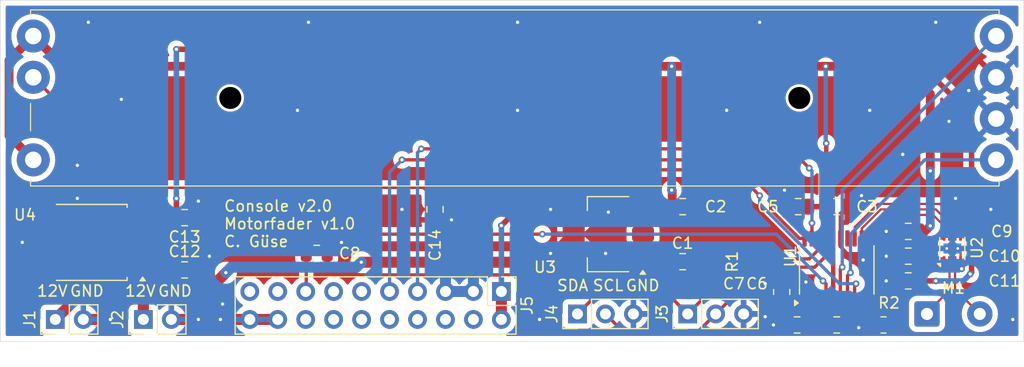
<source format=kicad_pcb>
(kicad_pcb (version 20240108) (generator "pcbnew") (generator_version "8.0")
  (layers (0 "F.Cu" signal) (31 "B.Cu" signal) (34 "B.Paste" user) (35 "F.Paste" user) (36 "B.SilkS" user "B.Silkscreen") (37 "F.SilkS" user "F.Silkscreen") (38 "B.Mask" user) (39 "F.Mask" user) (44 "Edge.Cuts" user))
  (net 0 "")
  (net 1 "Net-(M1--)")
  (net 2 "Net-(M1-+)")
  (net 3 "GND")
  (net 4 "+3.3V")
  (net 5 "Net-(U1-PA1)")
  (net 6 "/T1")
  (net 7 "Net-(U1-PA0)")
  (net 9 "Net-(U1-PA5)")
  (net 10 "Net-(U1-BOOT0)")
  (net 11 "/SWDIO")
  (net 12 "Net-(U1-PA7)")
  (net 13 "/SWCLK")
  (net 14 "Net-(J5-Pin_15)")
  (net 18 "/I2C_SCL")
  (net 19 "/T2")
  (net 20 "/I2C_SDA")
  (net 21 "Net-(U1-PA6)")
  (net 22 "+9V")
  (net 23 "+12V")
  (footprint "Capacitor_SMD:C_0805_2012Metric" (layer "F.Cu") (at 180 96.75)
    (property "Reference" "C3" (at 2.75 0 0) (layer "F.SilkS"))
    (property "Value" "100n")
    (fp_line (start -0.261252 -0.735) (end 0.261252 -0.735) (stroke (width 0.12)) (layer "F.SilkS"))
    (fp_line (start -0.261252 0.735) (end 0.261252 0.735) (stroke (width 0.12)) (layer "F.SilkS"))
    (pad "1" smd roundrect (at -0.95 0) (size 1 1.45) (layers "F.Cu" "F.Paste" "F.Mask") (net 4 "+3.3V"))
    (pad "2" smd roundrect (at 0.95 0) (size 1 1.45) (layers "F.Cu" "F.Paste" "F.Mask") (net 3 "GND"))
  )
  (footprint "Package_SON:WSON-8-1EP_2x2mm_P0.5mm_EP0.9x1.6mm_ThermalVias" (layer "F.Cu") (at 190.5 100.55 90)
    (property "Reference" "U2" (at 0.05 2.25 90) (layer "F.SilkS"))
    (property "Value" "DRV8210PDSGR")
    (fp_line (start -1.01 -1.14) (end 0.99 -1.14) (stroke (width 0.12)) (layer "F.SilkS"))
    (fp_line (start -1 1.14) (end 1 1.14) (stroke (width 0.12)) (layer "F.SilkS"))
    (fp_poly (pts (xy -1.37 -1.07) (xy -1.65 -1.07) (xy -1.37 -1.35) (xy -1.37 -1.07)) (stroke (width 0.12)) (fill solid) (layer "F.SilkS"))
    (pad "1" smd roundrect (at -0.95 -0.75 90) (size 0.5 0.25) (layers "F.Cu" "F.Paste" "F.Mask") (net 22 "+9V"))
    (pad "2" smd roundrect (at -0.95 -0.25 90) (size 0.5 0.25) (layers "F.Cu" "F.Paste" "F.Mask") (net 2 "Net-(M1-+)"))
    (pad "3" smd roundrect (at -0.95 0.25 90) (size 0.5 0.25) (layers "F.Cu" "F.Paste" "F.Mask") (net 1 "Net-(M1--)"))
    (pad "4" smd roundrect (at -0.95 0.75 90) (size 0.5 0.25) (layers "F.Cu" "F.Paste" "F.Mask") (net 3 "GND"))
    (pad "5" smd roundrect (at 0.95 0.75 90) (size 0.5 0.25) (layers "F.Cu" "F.Paste" "F.Mask") (net 12 "Net-(U1-PA7)"))
    (pad "6" smd roundrect (at 0.95 0.25 90) (size 0.5 0.25) (layers "F.Cu" "F.Paste" "F.Mask") (net 21 "Net-(U1-PA6)"))
    (pad "7" smd roundrect (at 0.95 -0.25 90) (size 0.5 0.25) (layers "F.Cu" "F.Paste" "F.Mask") (net 9 "Net-(U1-PA5)"))
    (pad "8" smd roundrect (at 0.95 -0.75 90) (size 0.5 0.25) (layers "F.Cu" "F.Paste" "F.Mask") (net 4 "+3.3V"))
    (pad "9" thru_hole circle (at 0 -0.5 90) (size 0.6 0.6) (drill 0.25) (layers "*.Cu") (net 3 "GND"))
    (pad "9" smd rect (at 0 0 90) (size 0.9 1.6) (layers "F.Cu" "F.Mask") (net 3 "GND"))
    (pad "9" smd rect (at 0 0 90) (size 0.9 1.6) (layers "B.Cu") (net 3 "GND"))
    (pad "9" thru_hole circle (at 0 0.5 90) (size 0.6 0.6) (drill 0.25) (layers "*.Cu") (net 3 "GND"))
  )
  (footprint "Capacitor_SMD:C_0805_2012Metric" (layer "F.Cu") (at 180 107.5)
    (property "Reference" "C6" (at -7.25 -3.75 0) (layer "F.SilkS"))
    (property "Value" "10n")
    (fp_line (start -0.261252 -0.735) (end 0.261252 -0.735) (stroke (width 0.12)) (layer "F.SilkS"))
    (fp_line (start -0.261252 0.735) (end 0.261252 0.735) (stroke (width 0.12)) (layer "F.SilkS"))
    (pad "1" smd roundrect (at -0.95 0) (size 1 1.45) (layers "F.Cu" "F.Paste" "F.Mask") (net 4 "+3.3V"))
    (pad "2" smd roundrect (at 0.95 0) (size 1 1.45) (layers "F.Cu" "F.Paste" "F.Mask") (net 3 "GND"))
  )
  (footprint "Capacitor_SMD:C_0805_2012Metric" (layer "F.Cu") (at 186.5 99 180)
    (property "Reference" "C9" (at -8.5 0 0) (layer "F.SilkS"))
    (property "Value" "100n")
    (fp_line (start -0.261252 0.735) (end 0.261252 0.735) (stroke (width 0.12)) (layer "F.SilkS"))
    (fp_line (start -0.261252 -0.735) (end 0.261252 -0.735) (stroke (width 0.12)) (layer "F.SilkS"))
    (pad "1" smd roundrect (at -0.95 0 180) (size 1 1.45) (layers "F.Cu" "F.Paste" "F.Mask") (net 4 "+3.3V"))
    (pad "2" smd roundrect (at 0.95 0 180) (size 1 1.45) (layers "F.Cu" "F.Paste" "F.Mask") (net 3 "GND"))
  )
  (footprint "Capacitor_SMD:C_0805_2012Metric" (layer "F.Cu") (at 186.5 101.25 180)
    (property "Reference" "C10" (at -8.75 0 0) (layer "F.SilkS"))
    (property "Value" "100n")
    (fp_line (start -0.261252 0.735) (end 0.261252 0.735) (stroke (width 0.12)) (layer "F.SilkS"))
    (fp_line (start -0.261252 -0.735) (end 0.261252 -0.735) (stroke (width 0.12)) (layer "F.SilkS"))
    (pad "1" smd roundrect (at -0.95 0 180) (size 1 1.45) (layers "F.Cu" "F.Paste" "F.Mask") (net 22 "+9V"))
    (pad "2" smd roundrect (at 0.95 0 180) (size 1 1.45) (layers "F.Cu" "F.Paste" "F.Mask") (net 3 "GND"))
  )
  (footprint "Package_SO:TSSOP-20_4.4x6.5mm_P0.65mm" (layer "F.Cu") (at 180 102.5 90)
    (property "Reference" "U1" (at 1.25 -4.2 90) (layer "F.SilkS"))
    (property "Value" "STM32F030F4Px")
    (fp_line (start 0 -3.385) (end 2.2 -3.385) (stroke (width 0.12)) (layer "F.SilkS"))
    (fp_line (start 0 -3.385) (end -2.2 -3.385) (stroke (width 0.12)) (layer "F.SilkS"))
    (fp_line (start 0 3.385) (end 2.2 3.385) (stroke (width 0.12)) (layer "F.SilkS"))
    (fp_line (start 0 3.385) (end -2.2 3.385) (stroke (width 0.12)) (layer "F.SilkS"))
    (fp_poly (pts (xy -3 -3.5) (xy -2.76 -3.83) (xy -3.24 -3.83) (xy -3 -3.5)) (stroke (width 0.12)) (fill solid) (layer "F.SilkS"))
    (pad "1" smd roundrect (at -2.8625 -2.925 90) (size 1.475 0.4) (layers "F.Cu" "F.Paste" "F.Mask") (net 10 "Net-(U1-BOOT0)"))
    (pad "2" smd roundrect (at -2.8625 -2.275 90) (size 1.475 0.4) (layers "F.Cu" "F.Paste" "F.Mask"))
    (pad "3" smd roundrect (at -2.8625 -1.625 90) (size 1.475 0.4) (layers "F.Cu" "F.Paste" "F.Mask"))
    (pad "4" smd roundrect (at -2.8625 -0.975 90) (size 1.475 0.4) (layers "F.Cu" "F.Paste" "F.Mask") (net 14 "Net-(J5-Pin_15)"))
    (pad "5" smd roundrect (at -2.8625 -0.325 90) (size 1.475 0.4) (layers "F.Cu" "F.Paste" "F.Mask") (net 4 "+3.3V"))
    (pad "6" smd roundrect (at -2.8625 0.325 90) (size 1.475 0.4) (layers "F.Cu" "F.Paste" "F.Mask") (net 7 "Net-(U1-PA0)"))
    (pad "7" smd roundrect (at -2.8625 0.975 90) (size 1.475 0.4) (layers "F.Cu" "F.Paste" "F.Mask") (net 5 "Net-(U1-PA1)"))
    (pad "8" smd roundrect (at -2.8625 1.625 90) (size 1.475 0.4) (layers "F.Cu" "F.Paste" "F.Mask") (net 6 "/T1"))
    (pad "9" smd roundrect (at -2.8625 2.275 90) (size 1.475 0.4) (layers "F.Cu" "F.Paste" "F.Mask") (net 19 "/T2"))
    (pad "10" smd roundrect (at -2.8625 2.925 90) (size 1.475 0.4) (layers "F.Cu" "F.Paste" "F.Mask"))
    (pad "11" smd roundrect (at 2.8625 2.925 90) (size 1.475 0.4) (layers "F.Cu" "F.Paste" "F.Mask") (net 9 "Net-(U1-PA5)"))
    (pad "12" smd roundrect (at 2.8625 2.275 90) (size 1.475 0.4) (layers "F.Cu" "F.Paste" "F.Mask") (net 21 "Net-(U1-PA6)"))
    (pad "13" smd roundrect (at 2.8625 1.625 90) (size 1.475 0.4) (layers "F.Cu" "F.Paste" "F.Mask") (net 12 "Net-(U1-PA7)"))
    (pad "14" smd roundrect (at 2.8625 0.975 90) (size 1.475 0.4) (layers "F.Cu" "F.Paste" "F.Mask"))
    (pad "15" smd roundrect (at 2.8625 0.325 90) (size 1.475 0.4) (layers "F.Cu" "F.Paste" "F.Mask") (net 3 "GND"))
    (pad "16" smd roundrect (at 2.8625 -0.325 90) (size 1.475 0.4) (layers "F.Cu" "F.Paste" "F.Mask") (net 4 "+3.3V"))
    (pad "17" smd roundrect (at 2.8625 -0.975 90) (size 1.475 0.4) (layers "F.Cu" "F.Paste" "F.Mask") (net 18 "/I2C_SCL"))
    (pad "18" smd roundrect (at 2.8625 -1.625 90) (size 1.475 0.4) (layers "F.Cu" "F.Paste" "F.Mask") (net 20 "/I2C_SDA"))
    (pad "19" smd roundrect (at 2.8625 -2.275 90) (size 1.475 0.4) (layers "F.Cu" "F.Paste" "F.Mask") (net 11 "/SWDIO"))
    (pad "20" smd roundrect (at 2.8625 -2.925 90) (size 1.475 0.4) (layers "F.Cu" "F.Paste" "F.Mask") (net 13 "/SWCLK"))
  )
  (footprint "Resistor_SMD:R_0805_2012Metric" (layer "F.Cu") (at 175 104.5 -90)
    (property "Reference" "R1" (at -2.75 4.5 90) (layer "F.SilkS"))
    (property "Value" "10k")
    (fp_line (start -0.227064 0.735) (end 0.227064 0.735) (stroke (width 0.12)) (layer "F.SilkS"))
    (fp_line (start -0.227064 -0.735) (end 0.227064 -0.735) (stroke (width 0.12)) (layer "F.SilkS"))
    (pad "1" smd roundrect (at -0.9125 0 270) (size 1.025 1.4) (layers "F.Cu" "F.Paste" "F.Mask") (roundrect_rratio 0.243902) (net 3 "GND"))
    (pad "2" smd roundrect (at 0.9125 0 270) (size 1.025 1.4) (layers "F.Cu" "F.Paste" "F.Mask") (roundrect_rratio 0.243902) (net 10 "Net-(U1-BOOT0)"))
  )
  (footprint "Capacitor_SMD:C_0805_2012Metric" (layer "F.Cu") (at 166 96.75)
    (property "Reference" "C2" (at 3 0 0) (layer "F.SilkS"))
    (property "Value" "10u")
    (fp_line (start -0.261252 -0.735) (end 0.261252 -0.735) (stroke (width 0.12)) (layer "F.SilkS"))
    (fp_line (start -0.261252 0.735) (end 0.261252 0.735) (stroke (width 0.12)) (layer "F.SilkS"))
    (pad "1" smd roundrect (at -0.95 0) (size 1 1.45) (layers "F.Cu" "F.Paste" "F.Mask") (net 4 "+3.3V"))
    (pad "2" smd roundrect (at 0.95 0) (size 1 1.45) (layers "F.Cu" "F.Paste" "F.Mask") (net 3 "GND"))
  )
  (footprint "Package_TO_SOT_SMD:SOT-223" (layer "F.Cu") (at 159.25 99.25 180)
    (property "Reference" "U3" (at 5.75 -3 0) (layer "F.SilkS"))
    (property "Value" "TPS7B8433QDCYRQ1")
    (fp_line (start 1.91 3.41) (end 1.91 2.15) (stroke (width 0.12)) (layer "F.SilkS"))
    (fp_line (start 1.91 -3.41) (end 1.91 -2.15) (stroke (width 0.12)) (layer "F.SilkS"))
    (fp_line (start -1.85 3.41) (end 1.91 3.41) (stroke (width 0.12)) (layer "F.SilkS"))
    (fp_line (start -1.85 -3.41) (end 1.91 -3.41) (stroke (width 0.12)) (layer "F.SilkS"))
    (fp_poly (pts (xy -3.13 -3.31) (xy -3.37 -3.64) (xy -2.89 -3.64) (xy -3.13 -3.31)) (stroke (width 0.12)) (fill solid) (layer "F.SilkS"))
    (pad "1" smd roundrect (at -3.15 -2.3 180) (size 2 1.5) (layers "F.Cu" "F.Paste" "F.Mask") (net 23 "+12V"))
    (pad "2" smd roundrect (at -3.15 0 180) (size 2 1.5) (layers "F.Cu" "F.Paste" "F.Mask") (net 23 "+12V"))
    (pad "3" smd roundrect (at -3.15 2.3 180) (size 2 1.5) (layers "F.Cu" "F.Paste" "F.Mask") (net 4 "+3.3V"))
    (pad "4" smd roundrect (at 3.15 0 180) (size 2 3.8) (layers "F.Cu" "F.Paste" "F.Mask") (net 3 "GND"))
  )
  (footprint "Capacitor_SMD:C_0805_2012Metric" (layer "F.Cu") (at 120.75 102.5)
    (property "Reference" "C12" (at 0 -1.68 0) (layer "F.SilkS"))
    (property "Value" "1u")
    (fp_line (start -0.261252 -0.735) (end 0.261252 -0.735) (stroke (width 0.12)) (layer "F.SilkS"))
    (fp_line (start -0.261252 0.735) (end 0.261252 0.735) (stroke (width 0.12)) (layer "F.SilkS"))
    (pad "1" smd roundrect (at -0.95 0) (size 1 1.45) (layers "F.Cu" "F.Paste" "F.Mask") (net 23 "+12V"))
    (pad "2" smd roundrect (at 0.95 0) (size 1 1.45) (layers "F.Cu" "F.Paste" "F.Mask") (net 3 "GND"))
  )
  (footprint "Connector_PinHeader_2.54mm:PinHeader_1x03_P2.54mm_Vertical" (layer "F.Cu") (at 156.445 106.5 90)
    (property "Reference" "J4" (at 0 -2.33 90) (layer "F.SilkS"))
    (property "Value" "I2C_Thru")
    (fp_line (start -1.33 -1.33) (end 0 -1.33) (stroke (width 0.12)) (layer "F.SilkS"))
    (fp_line (start -1.33 0) (end -1.33 -1.33) (stroke (width 0.12)) (layer "F.SilkS"))
    (fp_line (start 1.33 1.27) (end 1.33 6.41) (stroke (width 0.12)) (layer "F.SilkS"))
    (fp_line (start -1.33 1.27) (end 1.33 1.27) (stroke (width 0.12)) (layer "F.SilkS"))
    (fp_line (start -1.33 1.27) (end -1.33 6.41) (stroke (width 0.12)) (layer "F.SilkS"))
    (fp_line (start -1.33 6.41) (end 1.33 6.41) (stroke (width 0.12)) (layer "F.SilkS"))
    (pad "1" thru_hole rect (at 0 0 90) (size 1.7 1.7) (drill 1) (layers "*.Cu" "*.Mask") (net 20 "/I2C_SDA"))
    (pad "2" thru_hole oval (at 0 2.54 90) (size 1.7 1.7) (drill 1) (layers "*.Cu" "*.Mask") (net 18 "/I2C_SCL"))
    (pad "3" thru_hole oval (at 0 5.08 90) (size 1.7 1.7) (drill 1) (layers "*.Cu" "*.Mask") (net 3 "GND"))
  )
  (footprint "Capacitor_SMD:C_0805_2012Metric" (layer "F.Cu") (at 166 101.75)
    (property "Reference" "C1" (at 0 -1.68 0) (layer "F.SilkS"))
    (property "Value" "1u")
    (fp_line (start -0.261252 -0.735) (end 0.261252 -0.735) (stroke (width 0.12)) (layer "F.SilkS"))
    (fp_line (start -0.261252 0.735) (end 0.261252 0.735) (stroke (width 0.12)) (layer "F.SilkS"))
    (pad "1" smd roundrect (at -0.95 0) (size 1 1.45) (layers "F.Cu" "F.Paste" "F.Mask") (net 23 "+12V"))
    (pad "2" smd roundrect (at 0.95 0) (size 1 1.45) (layers "F.Cu" "F.Paste" "F.Mask") (net 3 "GND"))
  )
  (footprint "Capacitor_SMD:C_0805_2012Metric" (layer "F.Cu") (at 120.75 97.75)
    (property "Reference" "C13" (at 0 1.75 0) (layer "F.SilkS"))
    (property "Value" "1u")
    (fp_line (start -0.261252 -0.735) (end 0.261252 -0.735) (stroke (width 0.12)) (layer "F.SilkS"))
    (fp_line (start -0.261252 0.735) (end 0.261252 0.735) (stroke (width 0.12)) (layer "F.SilkS"))
    (pad "1" smd roundrect (at -0.95 0) (size 1 1.45) (layers "F.Cu" "F.Paste" "F.Mask") (net 22 "+9V"))
    (pad "2" smd roundrect (at 0.95 0) (size 1 1.45) (layers "F.Cu" "F.Paste" "F.Mask") (net 3 "GND"))
  )
  (footprint "Connector_PinHeader_2.54mm:PinHeader_1x02_P2.54mm_Vertical" (layer "F.Cu") (at 109 107 90)
    (property "Reference" "J1" (at 0 -2.33 90) (layer "F.SilkS"))
    (property "Value" "Power_In")
    (fp_line (start -1.33 -1.33) (end 0 -1.33) (stroke (width 0.12)) (layer "F.SilkS"))
    (fp_line (start -1.33 0) (end -1.33 -1.33) (stroke (width 0.12)) (layer "F.SilkS"))
    (fp_line (start 1.33 1.27) (end 1.33 3.87) (stroke (width 0.12)) (layer "F.SilkS"))
    (fp_line (start -1.33 1.27) (end 1.33 1.27) (stroke (width 0.12)) (layer "F.SilkS"))
    (fp_line (start -1.33 1.27) (end -1.33 3.87) (stroke (width 0.12)) (layer "F.SilkS"))
    (fp_line (start -1.33 3.87) (end 1.33 3.87) (stroke (width 0.12)) (layer "F.SilkS"))
    (pad "1" thru_hole rect (at 0 0 90) (size 1.7 1.7) (drill 1) (layers "*.Cu" "*.Mask") (net 23 "+12V"))
    (pad "2" thru_hole oval (at 0 2.54 90) (size 1.7 1.7) (drill 1) (layers "*.Cu" "*.Mask") (net 3 "GND"))
  )
  (footprint "Console:Motorfader" (layer "F.Cu") (at 150.75 86.875)
    (property "Reference" "RV1" (hide yes))
    (property "Value" "~")
    (fp_line (start -44 -8) (end -44 -7.5) (stroke (width 0.1)) (layer "F.SilkS"))
    (fp_line (start -44 -8) (end 44 -8) (stroke (width 0.1)) (layer "F.SilkS"))
    (fp_line (start -44 3) (end -44 0.5) (stroke (width 0.1)) (layer "F.SilkS"))
    (fp_line (start -44 7.5) (end -44 8) (stroke (width 0.1)) (layer "F.SilkS"))
    (fp_line (start 44 -8) (end 44 -7.5) (stroke (width 0.1)) (layer "F.SilkS"))
    (fp_line (start 44 7.5) (end 44 8) (stroke (width 0.1)) (layer "F.SilkS"))
    (fp_line (start 44 8) (end -44 8) (stroke (width 0.1)) (layer "F.SilkS"))
    (pad "" np_thru_hole circle (at -25.85 0) (size 2 2) (drill 2) (layers "*.Mask"))
    (pad "" np_thru_hole circle (at 25.85 0) (size 2 2) (drill 2) (layers "*.Mask"))
    (pad "1" thru_hole circle (at 43.75 -1.875) (size 3 3) (drill 1.5) (layers "*.Cu" "*.Mask") (net 3 "GND"))
    (pad "1'" thru_hole circle (at 43.75 1.875) (size 3 3) (drill 1.5) (layers "*.Cu" "*.Mask") (net 3 "GND"))
    (pad "2" thru_hole circle (at 43.75 -5.625) (size 3 3) (drill 1.5) (layers "*.Cu" "*.Mask") (net 7 "Net-(U1-PA0)"))
    (pad "2'" thru_hole circle (at 43.75 5.625) (size 3 3) (drill 1.5) (layers "*.Cu" "*.Mask") (net 5 "Net-(U1-PA1)"))
    (pad "3" thru_hole circle (at -43.75 -5.625) (size 3 3) (drill 1.5) (layers "*.Cu" "*.Mask") (net 4 "+3.3V"))
    (pad "3'" thru_hole circle (at -43.75 5.625) (size 3 3) (drill 1.5) (layers "*.Cu" "*.Mask") (net 4 "+3.3V"))
    (pad "T" thru_hole circle (at -43.75 -1.875) (size 3 3) (drill 1.5) (layers "*.Cu" "*.Mask") (net 6 "/T1"))
  )
  (footprint "Resistor_SMD:R_0805_2012Metric" (layer "F.Cu") (at 184.25 107.5 180)
    (property "Reference" "R2" (at -0.5 2 0) (layer "F.SilkS"))
    (property "Value" "1M")
    (fp_line (start -0.227064 0.735) (end 0.227064 0.735) (stroke (width 0.12)) (layer "F.SilkS"))
    (fp_line (start -0.227064 -0.735) (end 0.227064 -0.735) (stroke (width 0.12)) (layer "F.SilkS"))
    (pad "1" smd roundrect (at -0.9125 0 180) (size 1.025 1.4) (layers "F.Cu" "F.Paste" "F.Mask") (roundrect_rratio 0.243902) (net 19 "/T2"))
    (pad "2" smd roundrect (at 0.9125 0 180) (size 1.025 1.4) (layers "F.Cu" "F.Paste" "F.Mask") (roundrect_rratio 0.243902) (net 6 "/T1"))
  )
  (footprint "Connector_PinHeader_2.54mm:PinHeader_2x10_P2.54mm_Vertical" (layer "F.Cu") (at 149.53 104.46 -90)
    (property "Reference" "J5" (at 1.27 -2.33 90) (layer "F.SilkS"))
    (property "Value" "ST-Link")
    (fp_line (start -1.33 24.19) (end 3.87 24.19) (stroke (width 0.12)) (layer "F.SilkS"))
    (fp_line (start -1.33 1.27) (end -1.33 24.19) (stroke (width 0.12)) (layer "F.SilkS"))
    (fp_line (start -1.33 1.27) (end 1.27 1.27) (stroke (width 0.12)) (layer "F.SilkS"))
    (fp_line (start 1.27 1.27) (end 1.27 -1.33) (stroke (width 0.12)) (layer "F.SilkS"))
    (fp_line (start -1.33 0) (end -1.33 -1.33) (stroke (width 0.12)) (layer "F.SilkS"))
    (fp_line (start -1.33 -1.33) (end 0 -1.33) (stroke (width 0.12)) (layer "F.SilkS"))
    (fp_line (start 1.27 -1.33) (end 3.87 -1.33) (stroke (width 0.12)) (layer "F.SilkS"))
    (fp_line (start 3.87 -1.33) (end 3.87 24.19) (stroke (width 0.12)) (layer "F.SilkS"))
    (pad "1" thru_hole rect (at 0 0 270) (size 1.7 1.7) (drill 1) (layers "*.Cu" "*.Mask") (net 4 "+3.3V"))
    (pad "2" thru_hole oval (at 2.54 0 270) (size 1.7 1.7) (drill 1) (layers "*.Cu" "*.Mask") (net 4 "+3.3V"))
    (pad "3" thru_hole oval (at 0 2.54 270) (size 1.7 1.7) (drill 1) (layers "*.Cu" "*.Mask") (net 3 "GND"))
    (pad "4" thru_hole oval (at 2.54 2.54 270) (size 1.7 1.7) (drill 1) (layers "*.Cu" "*.Mask"))
    (pad "5" thru_hole oval (at 0 5.08 270) (size 1.7 1.7) (drill 1) (layers "*.Cu" "*.Mask") (net 3 "GND"))
    (pad "6" thru_hole oval (at 2.54 5.08 270) (size 1.7 1.7) (drill 1) (layers "*.Cu" "*.Mask"))
    (pad "7" thru_hole oval (at 0 7.62 270) (size 1.7 1.7) (drill 1) (layers "*.Cu" "*.Mask") (net 11 "/SWDIO"))
    (pad "8" thru_hole oval (at 2.54 7.62 270) (size 1.7 1.7) (drill 1) (layers "*.Cu" "*.Mask"))
    (pad "9" thru_hole oval (at 0 10.16 270) (size 1.7 1.7) (drill 1) (layers "*.Cu" "*.Mask") (net 13 "/SWCLK"))
    (pad "10" thru_hole oval (at 2.54 10.16 270) (size 1.7 1.7) (drill 1) (layers "*.Cu" "*.Mask"))
    (pad "11" thru_hole oval (at 0 12.7 270) (size 1.7 1.7) (drill 1) (layers "*.Cu" "*.Mask"))
    (pad "12" thru_hole oval (at 2.54 12.7 270) (size 1.7 1.7) (drill 1) (layers "*.Cu" "*.Mask"))
    (pad "13" thru_hole oval (at 0 15.24 270) (size 1.7 1.7) (drill 1) (layers "*.Cu" "*.Mask"))
    (pad "14" thru_hole oval (at 2.54 15.24 270) (size 1.7 1.7) (drill 1) (layers "*.Cu" "*.Mask"))
    (pad "15" thru_hole oval (at 0 17.78 270) (size 1.7 1.7) (drill 1) (layers "*.Cu" "*.Mask") (net 14 "Net-(J5-Pin_15)"))
    (pad "16" thru_hole oval (at 2.54 17.78 270) (size 1.7 1.7) (drill 1) (layers "*.Cu" "*.Mask"))
    (pad "17" thru_hole oval (at 0 20.32 270) (size 1.7 1.7) (drill 1) (layers "*.Cu" "*.Mask"))
    (pad "18" thru_hole oval (at 2.54 20.32 270) (size 1.7 1.7) (drill 1) (layers "*.Cu" "*.Mask") (net 3 "GND"))
    (pad "19" thru_hole oval (at 0 22.86 270) (size 1.7 1.7) (drill 1) (layers "*.Cu" "*.Mask"))
    (pad "20" thru_hole oval (at 2.54 22.86 270) (size 1.7 1.7) (drill 1) (layers "*.Cu" "*.Mask") (net 3 "GND"))
  )
  (footprint "Connector_Wire:SolderWire-0.5sqmm_1x02_P4.8mm_D0.9mm_OD2.3mm" (layer "F.Cu") (at 188.2 106.5)
    (property "Reference" "M1" (at 2.4 -2.35 0) (layer "F.SilkS"))
    (property "Value" "Motor_DC")
    (pad "1" thru_hole roundrect (at 0 0) (size 2.3 2.3) (drill 1.1) (layers "*.Cu" "*.Mask") (roundrect_rratio 0.108696) (net 2 "Net-(M1-+)"))
    (pad "2" thru_hole circle (at 4.8 0) (size 2.3 2.3) (drill 1.1) (layers "*.Cu" "*.Mask") (net 1 "Net-(M1--)"))
  )
  (footprint "Connector_PinHeader_2.54mm:PinHeader_1x02_P2.54mm_Vertical" (layer "F.Cu") (at 117 107 90)
    (property "Reference" "J2" (at 0 -2.33 90) (layer "F.SilkS"))
    (property "Value" "Power_Thru")
    (fp_line (start -1.33 -1.33) (end 0 -1.33) (stroke (width 0.12)) (layer "F.SilkS"))
    (fp_line (start -1.33 0) (end -1.33 -1.33) (stroke (width 0.12)) (layer "F.SilkS"))
    (fp_line (start 1.33 1.27) (end 1.33 3.87) (stroke (width 0.12)) (layer "F.SilkS"))
    (fp_line (start -1.33 1.27) (end 1.33 1.27) (stroke (width 0.12)) (layer "F.SilkS"))
    (fp_line (start -1.33 1.27) (end -1.33 3.87) (stroke (width 0.12)) (layer "F.SilkS"))
    (fp_line (start -1.33 3.87) (end 1.33 3.87) (stroke (width 0.12)) (layer "F.SilkS"))
    (pad "1" thru_hole rect (at 0 0 90) (size 1.7 1.7) (drill 1) (layers "*.Cu" "*.Mask") (net 23 "+12V"))
    (pad "2" thru_hole oval (at 0 2.54 90) (size 1.7 1.7) (drill 1) (layers "*.Cu" "*.Mask") (net 3 "GND"))
  )
  (footprint "Connector_PinHeader_2.54mm:PinHeader_1x03_P2.54mm_Vertical" (layer "F.Cu") (at 166.46 106.5 90)
    (property "Reference" "J3" (at 0 -2.33 90) (layer "F.SilkS"))
    (property "Value" "I2C_In")
    (fp_line (start -1.33 -1.33) (end 0 -1.33) (stroke (width 0.12)) (layer "F.SilkS"))
    (fp_line (start -1.33 0) (end -1.33 -1.33) (stroke (width 0.12)) (layer "F.SilkS"))
    (fp_line (start 1.33 1.27) (end 1.33 6.41) (stroke (width 0.12)) (layer "F.SilkS"))
    (fp_line (start -1.33 1.27) (end 1.33 1.27) (stroke (width 0.12)) (layer "F.SilkS"))
    (fp_line (start -1.33 1.27) (end -1.33 6.41) (stroke (width 0.12)) (layer "F.SilkS"))
    (fp_line (start -1.33 6.41) (end 1.33 6.41) (stroke (width 0.12)) (layer "F.SilkS"))
    (pad "1" thru_hole rect (at 0 0 90) (size 1.7 1.7) (drill 1) (layers "*.Cu" "*.Mask") (net 20 "/I2C_SDA"))
    (pad "2" thru_hole oval (at 0 2.54 90) (size 1.7 1.7) (drill 1) (layers "*.Cu" "*.Mask") (net 18 "/I2C_SCL"))
    (pad "3" thru_hole oval (at 0 5.08 90) (size 1.7 1.7) (drill 1) (layers "*.Cu" "*.Mask") (net 3 "GND"))
  )
  (footprint "Capacitor_SMD:C_0805_2012Metric" (layer "F.Cu") (at 132.75 101)
    (property "Reference" "C8" (at 3 0 0) (layer "F.SilkS"))
    (property "Value" "100n")
    (fp_line (start -0.261252 -0.735) (end 0.261252 -0.735) (stroke (width 0.12)) (layer "F.SilkS"))
    (fp_line (start -0.261252 0.735) (end 0.261252 0.735) (stroke (width 0.12)) (layer "F.SilkS"))
    (pad "1" smd roundrect (at -0.95 0) (size 1 1.45) (layers "F.Cu" "F.Paste" "F.Mask") (net 14 "Net-(J5-Pin_15)"))
    (pad "2" smd roundrect (at 0.95 0) (size 1 1.45) (layers "F.Cu" "F.Paste" "F.Mask") (net 3 "GND"))
  )
  (footprint "Package_TO_SOT_SMD:TO-252-3_TabPin4" (layer "F.Cu") (at 112.21 100 180)
    (property "Reference" "U4" (at 5.96 2.5 0) (layer "F.SilkS"))
    (property "Value" "BD90C0AFP")
    (fp_line (start 3.11 3.45) (end -3.31 3.45) (stroke (width 0.12)) (layer "F.SilkS"))
    (fp_line (start 3.11 -3.45) (end -3.31 -3.45) (stroke (width 0.12)) (layer "F.SilkS"))
    (fp_line (start -3.31 3.45) (end -3.31 3.18) (stroke (width 0.12)) (layer "F.SilkS"))
    (fp_line (start -3.31 -3.45) (end -3.31 -3.18) (stroke (width 0.12)) (layer "F.SilkS"))
    (fp_poly (pts (xy -4.73 -3.16) (xy -4.97 -3.49) (xy -4.49 -3.49) (xy -4.73 -3.16)) (stroke (width 0.12)) (fill solid) (layer "F.SilkS"))
    (pad "1" smd roundrect (at -5.04 -2.28 180) (size 2.2 1.2) (layers "F.Cu" "F.Paste" "F.Mask") (roundrect_rratio 0.208333) (net 23 "+12V"))
    (pad "2" smd roundrect (at -5.04 0 180) (size 2.2 1.2) (layers "F.Cu" "F.Paste" "F.Mask") (roundrect_rratio 0.208333))
    (pad "3" smd roundrect (at -5.04 2.28 180) (size 2.2 1.2) (layers "F.Cu" "F.Paste" "F.Mask") (roundrect_rratio 0.208333) (net 22 "+9V"))
    (pad "4" smd roundrect (at -0.415 -1.525 180) (size 3.05 2.75) (layers "F.Cu" "F.Paste") (roundrect_rratio 0.090909) (net 3 "GND"))
    (pad "4" smd roundrect (at -0.415 1.525 180) (size 3.05 2.75) (layers "F.Cu" "F.Paste") (roundrect_rratio 0.090909) (net 3 "GND"))
    (pad "4" smd roundrect (at 1.26 0 180) (size 6.4 5.8) (layers "F.Cu" "F.Mask") (roundrect_rratio 0.043103) (net 3 "GND"))
    (pad "4" smd roundrect (at 2.935 -1.525 180) (size 3.05 2.75) (layers "F.Cu" "F.Paste") (roundrect_rratio 0.090909) (net 3 "GND"))
    (pad "4" smd roundrect (at 2.935 1.525 180) (size 3.05 2.75) (layers "F.Cu" "F.Paste") (roundrect_rratio 0.090909) (net 3 "GND"))
  )
  (footprint "Capacitor_SMD:C_0805_2012Metric" (layer "F.Cu") (at 143.5 97 -90)
    (property "Reference" "C14" (at 3.25 0 90) (layer "F.SilkS"))
    (property "Value" "do not populate")
    (fp_line (start -0.261252 0.735) (end 0.261252 0.735) (stroke (width 0.12)) (layer "F.SilkS"))
    (fp_line (start -0.261252 -0.735) (end 0.261252 -0.735) (stroke (width 0.12)) (layer "F.SilkS"))
    (pad "1" smd roundrect (at -0.95 0 270) (size 1 1.45) (layers "F.Cu" "F.Paste" "F.Mask") (net 6 "/T1"))
    (pad "2" smd roundrect (at 0.95 0 270) (size 1 1.45) (layers "F.Cu" "F.Paste" "F.Mask") (net 3 "GND"))
  )
  (footprint "Capacitor_SMD:C_0805_2012Metric" (layer "F.Cu") (at 176.4 107.5 180)
    (property "Reference" "C7" (at 5.75 3.75 0) (layer "F.SilkS"))
    (property "Value" "1u")
    (fp_line (start -0.261252 0.735) (end 0.261252 0.735) (stroke (width 0.12)) (layer "F.SilkS"))
    (fp_line (start -0.261252 -0.735) (end 0.261252 -0.735) (stroke (width 0.12)) (layer "F.SilkS"))
    (pad "1" smd roundrect (at -0.95 0 180) (size 1 1.45) (layers "F.Cu" "F.Paste" "F.Mask") (net 4 "+3.3V"))
    (pad "2" smd roundrect (at 0.95 0 180) (size 1 1.45) (layers "F.Cu" "F.Paste" "F.Mask") (net 3 "GND"))
  )
  (footprint "Capacitor_SMD:C_0805_2012Metric" (layer "F.Cu") (at 186.5 103.5 180)
    (property "Reference" "C11" (at -8.75 0 0) (layer "F.SilkS"))
    (property "Value" "10u")
    (fp_line (start -0.261252 0.735) (end 0.261252 0.735) (stroke (width 0.12)) (layer "F.SilkS"))
    (fp_line (start -0.261252 -0.735) (end 0.261252 -0.735) (stroke (width 0.12)) (layer "F.SilkS"))
    (pad "1" smd roundrect (at -0.95 0 180) (size 1 1.45) (layers "F.Cu" "F.Paste" "F.Mask") (net 22 "+9V"))
    (pad "2" smd roundrect (at 0.95 0 180) (size 1 1.45) (layers "F.Cu" "F.Paste" "F.Mask") (net 3 "GND"))
  )
  (footprint "Capacitor_SMD:C_0805_2012Metric" (layer "F.Cu") (at 176.5 96.75 180)
    (property "Reference" "C5" (at 2.75 0 0) (layer "F.SilkS"))
    (property "Value" "4.7u")
    (fp_line (start -0.261252 0.735) (end 0.261252 0.735) (stroke (width 0.12)) (layer "F.SilkS"))
    (fp_line (start -0.261252 -0.735) (end 0.261252 -0.735) (stroke (width 0.12)) (layer "F.SilkS"))
    (pad "1" smd roundrect (at -0.95 0 180) (size 1 1.45) (layers "F.Cu" "F.Paste" "F.Mask") (net 4 "+3.3V"))
    (pad "2" smd roundrect (at 0.95 0 180) (size 1 1.45) (layers "F.Cu" "F.Paste" "F.Mask") (net 3 "GND"))
  )
  (gr_rect (start 104 78) (end 197 109) (stroke (width 0.05)) (fill none) (layer "Edge.Cuts"))
  (gr_text "SDA" (at 154.5 104.5 0) (layer "F.SilkS") (effects (font (size 1 1)) (justify left bottom)))
  (gr_text "SCL" (at 157.75 104.5 0) (layer "F.SilkS") (effects (font (size 1 1)) (justify left bottom)))
  (gr_text "Console v2.0\nMotorfader v1.0\nC. Güse" (at 124.25 100.5 0) (layer "F.SilkS") (effects (font (size 1 1)) (justify left bottom)))
  (gr_text "12V" (at 107.25 105 0) (layer "F.SilkS") (effects (font (size 1 1)) (justify left bottom)))
  (gr_text "GND" (at 110.25 105 0) (layer "F.SilkS") (effects (font (size 1 1)) (justify left bottom)))
  (gr_text "GND" (at 160.75 104.5 0) (layer "F.SilkS") (effects (font (size 1 1)) (justify left bottom)))
  (gr_text "GND" (at 118.25 105 0) (layer "F.SilkS") (effects (font (size 1 1)) (justify left bottom)))
  (gr_text "12V" (at 115.25 105 0) (layer "F.SilkS") (effects (font (size 1 1)) (justify left bottom)))
  (segment (start 193 106.5) (end 190.75 104.25) (width 0.2) (layer "F.Cu") (net 1))
  (segment (start 190.75 104.25) (end 190.75 101.5) (width 0.2) (layer "F.Cu") (net 1))
  (segment (start 190.25 104.35) (end 188.2 106.4) (width 0.2) (layer "F.Cu") (net 2))
  (segment (start 188.2 106.4) (end 188.2 106.5) (width 0.2) (layer "F.Cu") (net 2))
  (segment (start 190.25 101.5) (end 190.25 104.35) (width 0.2) (layer "F.Cu") (net 2))
  (segment (start 175 103.5875) (end 173.6625 103.5875) (width 0.5) (layer "F.Cu") (net 3))
  (segment (start 156.1 99.25) (end 155.75 99.25) (width 0.5) (layer "F.Cu") (net 3))
  (segment (start 156.1 99.25) (end 157.25 99.25) (width 0.5) (layer "F.Cu") (net 3))
  (segment (start 191.25 101.5) (end 191.25 100.8) (width 0.2) (layer "F.Cu") (net 3))
  (segment (start 180.95 107.5) (end 181.75 107.5) (width 0.5) (layer "F.Cu") (net 3))
  (segment (start 180.325 99.6375) (end 180.325 100.374999) (width 0.3) (layer "F.Cu") (net 3))
  (segment (start 180.325 99.6375) (end 180.325 97.375) (width 0.3) (layer "F.Cu") (net 3))
  (segment (start 121.7 97.75) (end 121.7 96.55) (width 0.5) (layer "F.Cu") (net 3))
  (segment (start 181.25 96.75) (end 182.25 95.75) (width 0.5) (layer "F.Cu") (net 3))
  (segment (start 185.55 103.5) (end 185.55 99) (width 0.5) (layer "F.Cu") (net 3))
  (segment (start 173.6625 103.5875) (end 173.5 103.75) (width 0.5) (layer "F.Cu") (net 3))
  (segment (start 134 101) (end 133.7 101) (width 0.5) (layer "F.Cu") (net 3))
  (segment (start 185.55 103.5) (end 184.5 103.5) (width 0.5) (layer "F.Cu") (net 3))
  (segment (start 145 97.95) (end 143.5 97.95) (width 0.5) (layer "F.Cu") (net 3))
  (segment (start 175.55 107.5) (end 174.25 107.5) (width 0.5) (layer "F.Cu") (net 3))
  (segment (start 107.525 101.525) (end 106 100) (width 1) (layer "F.Cu") (net 3))
  (segment (start 135 100) (end 134 101) (width 0.5) (layer "F.Cu") (net 3))
  (segment (start 119.54 107) (end 122 107) (width 1) (layer "F.Cu") (net 3))
  (segment (start 181.75 107.5) (end 182 107.75) (width 0.5) (layer "F.Cu") (net 3))
  (segment (start 111.54 107) (end 114 107) (width 1) (layer "F.Cu") (net 3))
  (segment (start 121.7 102.5) (end 121.75 102.5) (width 0.5) (layer "F.Cu") (net 3))
  (segment (start 180.325 97.375) (end 180.95 96.75) (width 0.3) (layer "F.Cu") (net 3))
  (segment (start 157.25 99.25) (end 159.25 97.25) (width 0.5) (layer "F.Cu") (net 3))
  (segment (start 175.55 96.75) (end 175.55 95.55) (width 0.5) (layer "F.Cu") (net 3))
  (segment (start 156.1 99.25) (end 156.1 99.1) (width 0.5) (layer "F.Cu") (net 3))
  (segment (start 191.25 102.3) (end 191.35 102.4) (width 0.2) (layer "F.Cu") (net 3))
  (segment (start 155.75 99.25) (end 154 101) (width 0.5) (layer "F.Cu") (net 3))
  (segment (start 185.55 99) (end 184.5 99) (width 0.5) (layer "F.Cu") (net 3))
  (segment (start 109.275 101.525) (end 107.525 101.525) (width 1) (layer "F.Cu") (net 3))
  (segment (start 175.55 95.55) (end 175.25 95.25) (width 0.5) (layer "F.Cu") (net 3))
  (segment (start 173.25 106.5) (end 173.5 106.75) (width 0.5) (layer "F.Cu") (net 3))
  (segment (start 126.67 107) (end 125.6 107) (width 0.5) (layer "F.Cu") (net 3))
  (segment (start 121.75 102.5) (end 123 101.25) (width 0.5) (layer "F.Cu") (net 3))
  (segment (start 157.25 99.25) (end 159 101) (width 0.5) (layer "F.Cu") (net 3))
  (segment (start 121.7 96.55) (end 122 96.25) (width 0.5) (layer "F.Cu") (net 3))
  (segment (start 171.54 106.5) (end 173.25 106.5) (width 0.5) (layer "F.Cu") (net 3))
  (segment (start 129.21 107) (end 126.67 107) (width 1) (layer "F.Cu") (net 3))
  (segment (start 191.25 101.5) (end 191.25 102.3) (width 0.2) (layer "F.Cu") (net 3))
  (segment (start 109.275 98.475) (end 109.275 97.725) (width 1) (layer "F.Cu") (net 3))
  (segment (start 125.6 107) (end 124.2 105.6) (width 0.5) (layer "F.Cu") (net 3))
  (segment (start 126.67 107) (end 124 107) (width 1) (layer "F.Cu") (net 3))
  (segment (start 191.25 100.8) (end 191 100.55) (width 0.2) (layer "F.Cu") (net 3))
  (segment (start 180.95 96.75) (end 181.25 96.75) (width 0.5) (layer "F.Cu") (net 3))
  (segment (start 161.525 106.5) (end 164 106.5) (width 0.5) (layer "F.Cu") (net 3))
  (segment (start 109.275 97.725) (end 111 96) (width 1) (layer "F.Cu") (net 3))
  (segment (start 180.325 100.374999) (end 181.550001 101.6) (width 0.3) (layer "F.Cu") (net 3))
  (segment (start 185.55 101.25) (end 184.5 101.25) (width 0.5) (layer "F.Cu") (net 3))
  (segment (start 156.1 99.1) (end 154 97) (width 0.5) (layer "F.Cu") (net 3))
  (segment (start 181.550001 101.6) (end 182.4 101.6) (width 0.3) (layer "F.Cu") (net 3))
  (via (at 183 88) (size 0.6) (drill 0.3) (layers "F.Cu" "B.Cu") (net 3))
  (via (at 122 107) (size 0.6) (drill 0.3) (layers "F.Cu" "B.Cu") (net 3))
  (via (at 132 80) (size 0.6) (drill 0.3) (layers "F.Cu" "B.Cu") (net 3))
  (via (at 124.2 105.6) (size 0.6) (drill 0.3) (layers "F.Cu" "B.Cu") (net 3))
  (via (at 192 86.2) (size 0.6) (drill 0.3) (layers "F.Cu" "B.Cu") (net 3))
  (via (at 112 80) (size 0.6) (drill 0.3) (layers "F.Cu" "B.Cu") (net 3))
  (via (at 153 107) (size 0.6) (drill 0.3) (layers "F.Cu" "B.Cu") (net 3))
  (via (at 190.2 89) (size 0.6) (drill 0.3) (layers "F.Cu" "B.Cu") (net 3))
  (via (at 182.25 95.75) (size 0.6) (drill 0.3) (layers "F.Cu" "B.Cu") (net 3))
  (via (at 145 97.95) (size 0.6) (drill 0.3) (layers "F.Cu" "B.Cu") (net 3))
  (via (at 184.5 103.5) (size 0.6) (drill 0.3) (layers "F.Cu" "B.Cu") (net 3))
  (via (at 196 107) (size 0.6) (drill 0.3) (layers "F.Cu" "B.Cu") (net 3))
  (via (at 189 80) (size 0.6) (drill 0.3) (layers "F.Cu" "B.Cu") (net 3))
  (via (at 151 88) (size 0.6) (drill 0.3) (layers "F.Cu" "B.Cu") (net 3))
  (via (at 194 97) (size 0.6) (drill 0.3) (layers "F.Cu" "B.Cu") (net 3))
  (via (at 190.8 96) (size 0.6) (drill 0.3) (layers "F.Cu" "B.Cu") (net 3))
  (via (at 173.5 106.75) (size 0.6) (drill 0.3) (layers "F.Cu" "B.Cu") (net 3))
  (via (at 135 100) (size 0.6) (drill 0.3) (layers "F.Cu" "B.Cu") (net 3))
  (via (at 184.5 99) (size 0.6) (drill 0.3) (layers "F.Cu" "B.Cu") (net 3))
  (via (at 151 80) (size 0.6) (drill 0.3) (layers "F.Cu" "B.Cu") (net 3))
  (via (at 115 87) (size 0.6) (drill 0.3) (layers "F.Cu" "B.Cu") (net 3))
  (via (at 131 88) (size 0.6) (drill 0.3) (layers "F.Cu" "B.Cu") (net 3))
  (via (at 170 88) (size 0.6) (drill 0.3) (layers "F.Cu" "B.Cu") (net 3))
  (via (at 123 101.25) (size 0.6) (drill 0.3) (layers "F.Cu" "B.Cu") (net 3))
  (via (at 124 107) (size 0.6) (drill 0.3) (layers "F.Cu" "B.Cu") (net 3))
  (via (at 111 93) (size 0.6) (drill 0.3) (layers "F.Cu" "B.Cu") (net 3))
  (via (at 164 106.5) (size 0.6) (drill 0.3) (layers "F.Cu" "B.Cu") (net 3))
  (via (at 111 96) (size 0.6) (drill 0.3) (layers "F.Cu" "B.Cu") (net 3))
  (via (at 106 100) (size 0.6) (drill 0.3) (layers "F.Cu" "B.Cu") (net 3))
  (via (at 159.25 97.25) (size 0.6) (drill 0.3) (layers "F.Cu" "B.Cu") (net 3))
  (via (at 173 80) (size 0.6) (drill 0.3) (layers "F.Cu" "B.Cu") (net 3))
  (via (at 182.4 101.6) (size 0.6) (drill 0.3) (layers "F.Cu" "B.Cu") (net 3))
  (via (at 177.2 103.6) (size 0.6) (drill 0.3) (layers "F.Cu" "B.Cu") (net 3))
  (via (at 154 97) (size 0.6) (drill 0.3) (layers "F.Cu" "B.Cu") (net 3))
  (via (at 175.25 95.25) (size 0.6) (drill 0.3) (layers "F.Cu" "B.Cu") (net 3))
  (via (at 186 92) (size 0.6) (drill 0.3) (layers "F.Cu" "B.Cu") (net 3))
  (via (at 140.5 97) (size 0.6) (drill 0.3) (layers "F.Cu" "B.Cu") (net 3))
  (via (at 184.5 101.25) (size 0.6) (drill 0.3) (layers "F.Cu" "B.Cu") (net 3))
  (via (at 191.35 102.4) (size 0.6) (drill 0.3) (layers "F.Cu" "B.Cu") (net 3))
  (via (at 182 107.75) (size 0.6) (drill 0.3) (layers "F.Cu" "B.Cu") (net 3))
  (via (at 122 96.25) (size 0.6) (drill 0.3) (layers "F.Cu" "B.Cu") (net 3))
  (via (at 159 101) (size 0.6) (drill 0.3) (layers "F.Cu" "B.Cu") (net 3))
  (via (at 173.5 103.75) (size 0.6) (drill 0.3) (layers "F.Cu" "B.Cu") (net 3))
  (via (at 174.25 107.5) (size 0.6) (drill 0.3) (layers "F.Cu" "B.Cu") (net 3))
  (via (at 114 107) (size 0.6) (drill 0.3) (layers "F.Cu" "B.Cu") (net 3))
  (via (at 154 101) (size 0.6) (drill 0.3) (layers "F.Cu" "B.Cu") (net 3))
  (segment (start 144.45 104.46) (end 146.99 104.46) (width 1) (layer "B.Cu") (net 3))
  (segment (start 146.99 102.29) (end 146.8 102.1) (width 1) (layer "B.Cu") (net 3))
  (segment (start 146.99 104.46) (end 146.99 102.29) (width 1) (layer "B.Cu") (net 3))
  (segment (start 144.45 104.46) (end 144.45 102.25) (width 1) (layer "B.Cu") (net 3))
  (segment (start 144.45 102.25) (end 144.4 102.2) (width 1) (layer "B.Cu") (net 3))
  (segment (start 179.675 106.875) (end 179.05 107.5) (width 0.4) (layer "F.Cu") (net 4))
  (segment (start 189.75 99.6) (end 188.05 99.6) (width 0.3) (layer "F.Cu") (net 4))
  (segment (start 179.675 104.094237) (end 179.675 99.6375) (width 0.4) (layer "F.Cu") (net 4))
  (segment (start 149.53 107) (end 149.53 104.46) (width 1) (layer "F.Cu") (net 4))
  (segment (start 149.53 98.47) (end 152 96) (width 0.5) (layer "F.Cu") (net 4))
  (segment (start 107 92.5) (end 104.8 90.3) (width 0.8) (layer "F.Cu") (net 4))
  (segment (start 188.05 99.6) (end 187.45 99) (width 0.3) (layer "F.Cu") (net 4))
  (segment (start 177.45 107.5) (end 179.05 107.5) (width 0.4) (layer "F.Cu") (net 4))
  (segment (start 109.75 84) (end 107 81.25) (width 0.8) (layer "F.Cu") (net 4))
  (segment (start 186 84) (end 179 84) (width 0.8) (layer "F.Cu") (net 4))
  (segment (start 177.45 96.75) (end 179.05 96.75) (width 0.5) (layer "F.Cu") (net 4))
  (segment (start 179.05 91) (end 179.05 96.75) (width 0.4) (layer "F.Cu") (net 4))
  (segment (start 165 84) (end 109.75 84) (width 0.8) (layer "F.Cu") (net 4))
  (segment (start 179 84) (end 165 84) (width 0.8) (layer "F.Cu") (net 4))
  (segment (start 188.5 86.5) (end 186 84) (width 0.8) (layer "F.Cu") (net 4))
  (segment (start 188.5 93.5) (end 188.5 86.5) (width 0.8) (layer "F.Cu") (net 4))
  (segment (start 179.675 105.3625) (end 179.675 106.875) (width 0.4) (layer "F.Cu") (net 4))
  (segment (start 152 96) (end 161.45 96) (width 0.5) (layer "F.Cu") (net 4))
  (segment (start 187.45 99) (end 188 99) (width 0.8) (layer "F.Cu") (net 4))
  (segment (start 161.45 96) (end 162.4 96.95) (width 0.5) (layer "F.Cu") (net 4))
  (segment (start 179.675 99.6375) (end 179.675 97.375) (width 0.4) (layer "F.Cu") (net 4))
  (segment (start 179.675 104.094239) (end 179.674999 104.094238) (width 0.4) (layer "F.Cu") (net 4))
  (segment (start 165.05 96.75) (end 165.05 95.3) (width 0.8) (layer "F.Cu") (net 4))
  (segment (start 179.675 97.375) (end 179.05 96.75) (width 0.4) (layer "F.Cu") (net 4))
  (segment (start 162.4 96.95) (end 164.85 96.95) (width 1) (layer "F.Cu") (net 4))
  (segment (start 179.675 105.3625) (end 179.675 104.094239) (width 0.4) (layer "F.Cu") (net 4))
  (segment (start 179.674999 104.094238) (end 179.675 104.094237) (width 0.4) (layer "F.Cu") (net 4))
  (segment (start 165.05 95.3) (end 165 95.25) (width 0.8) (layer "F.Cu") (net 4))
  (segment (start 104.8 83.45) (end 107 81.25) (width 0.8) (layer "F.Cu") (net 4))
  (segment (start 188 99) (end 188.5 98.5) (width 0.8) (layer "F.Cu") (net 4))
  (segment (start 104.8 90.3) (end 104.8 83.45) (width 0.8) (layer "F.Cu") (net 4))
  (segment (start 164.85 96.95) (end 165.05 96.75) (width 1) (layer "F.Cu") (net 4))
  (via (at 179 84) (size 0.6) (drill 0.3) (layers "F.Cu" "B.Cu") (net 4))
  (via (at 165 95.25) (size 0.6) (drill 0.3) (layers "F.Cu" "B.Cu") (net 4))
  (via (at 179.05 91) (size 0.6) (drill 0.3) (layers "F.Cu" "B.Cu") (net 4))
  (via (at 165 84) (size 0.6) (drill 0.3) (layers "F.Cu" "B.Cu") (net 4))
  (via (at 149.53 98.47) (size 0.6) (drill 0.3) (layers "F.Cu" "B.Cu") (net 4))
  (via (at 188.5 93.5) (size 0.6) (drill 0.3) (layers "F.Cu" "B.Cu") (net 4))
  (via (at 188.5 98.5) (size 0.6) (drill 0.3) (layers "F.Cu" "B.Cu") (net 4))
  (segment (start 179.05 91) (end 179 90.95) (width 0.4) (layer "B.Cu") (net 4))
  (segment (start 188.5 98.5) (end 188.5 93.5) (width 0.8) (layer "B.Cu") (net 4))
  (segment (start 149.53 98.47) (end 149.53 104.46) (width 0.5) (layer "B.Cu") (net 4))
  (segment (start 179 90.95) (end 179 84) (width 0.4) (layer "B.Cu") (net 4))
  (segment (start 165 95.25) (end 165 84) (width 0.8) (layer "B.Cu") (net 4))
  (segment (start 180.975 103.025) (end 181.25 102.75) (width 0.3) (layer "F.Cu") (net 5))
  (segment (start 180.975 105.3625) (end 180.975 103.025) (width 0.3) (layer "F.Cu") (net 5))
  (via (at 181.25 102.75) (size 0.6) (drill 0.3) (layers "F.Cu" "B.Cu") (net 5))
  (segment (start 181.25 99.25) (end 188 92.5) (width 0.3) (layer "B.Cu") (net 5))
  (segment (start 181.25 102.75) (end 181.25 99.25) (width 0.3) (layer "B.Cu") (net 5))
  (segment (start 188 92.5) (end 194.5 92.5) (width 0.3) (layer "B.Cu") (net 5))
  (segment (start 181.625 103.875) (end 181.625 105.3625) (width 0.3) (layer "F.Cu") (net 6))
  (segment (start 149.1 93.4) (end 170.65 93.4) (width 0.3) (layer "F.Cu") (net 6))
  (segment (start 181.625 106.375) (end 181.625 105.3625) (width 0.3) (layer "F.Cu") (net 6))
  (segment (start 182.75 107.5) (end 181.625 106.375) (width 0.3) (layer "F.Cu") (net 6))
  (segment (start 143.5 96.05) (end 146.45 96.05) (width 0.3) (layer "F.Cu") (net 6))
  (segment (start 107 85) (end 117 95) (width 0.3) (layer "F.Cu") (net 6))
  (segment (start 146.45 96.05) (end 149.1 93.4) (width 0.3) (layer "F.Cu") (net 6))
  (segment (start 142.45 95) (end 143.5 96.05) (width 0.3) (layer "F.Cu") (net 6))
  (segment (start 170.65 93.4) (end 173 95.75) (width 0.3) (layer "F.Cu") (net 6))
  (segment (start 181.75 103.75) (end 181.625 103.875) (width 0.3) (layer "F.Cu") (net 6))
  (segment (start 183.3375 107.5) (end 182.75 107.5) (width 0.3) (layer "F.Cu") (net 6))
  (segment (start 117 95) (end 142.45 95) (width 0.3) (layer "F.Cu") (net 6))
  (via (at 173 95.75) (size 0.6) (drill 0.3) (layers "F.Cu" "B.Cu") (net 6))
  (via (at 181.75 103.75) (size 0.6) (drill 0.3) (layers "F.Cu" "B.Cu") (net 6))
  (segment (start 173 95.75) (end 173 96.5) (width 0.3) (layer "B.Cu") (net 6))
  (segment (start 173 96.5) (end 180.25 103.75) (width 0.3) (layer "B.Cu") (net 6))
  (segment (start 180.25 103.75) (end 181.75 103.75) (width 0.3) (layer "B.Cu") (net 6))
  (segment (start 180.325 102.425) (end 180.5 102.25) (width 0.3) (layer "F.Cu") (net 7))
  (segment (start 180.325 105.3625) (end 180.325 102.425) (width 0.3) (layer "F.Cu") (net 7))
  (via (at 180.5 102.25) (size 0.6) (drill 0.3) (layers "F.Cu" "B.Cu") (net 7))
  (segment (start 180.5 102.25) (end 180.5 95.25) (width 0.3) (layer "B.Cu") (net 7))
  (segment (start 180.5 95.25) (end 194.5 81.25) (width 0.3) (layer "B.Cu") (net 7))
  (segment (start 190.25 99.6) (end 190.25 99) (width 0.2) (layer "F.Cu") (net 9))
  (segment (start 188.75 97.5) (end 184.5 97.5) (width 0.2) (layer "F.Cu") (net 9))
  (segment (start 182.925 99.075) (end 182.925 99.6375) (width 0.2) (layer "F.Cu") (net 9))
  (segment (start 184.5 97.5) (end 182.925 99.075) (width 0.2) (layer "F.Cu") (net 9))
  (segment (start 190.25 99) (end 188.75 97.5) (width 0.2) (layer "F.Cu") (net 9))
  (segment (start 175.05 105.3625) (end 175 105.4125) (width 0.3) (layer "F.Cu") (net 10))
  (segment (start 177.075 105.3625) (end 175.05 105.3625) (width 0.3) (layer "F.Cu") (net 10))
  (segment (start 142.25 91.5) (end 175.75 91.5) (width 0.3) (layer "F.Cu") (net 11))
  (segment (start 175.75 91.5) (end 177.5 93.25) (width 0.3) (layer "F.Cu") (net 11))
  (segment (start 177.75 99.6125) (end 177.725 99.6375) (width 0.3) (layer "F.Cu") (net 11))
  (segment (start 177.75 98.25) (end 177.75 99.6125) (width 0.3) (layer "F.Cu") (net 11))
  (via (at 177.5 93.25) (size 0.6) (drill 0.3) (layers "F.Cu" "B.Cu") (net 11))
  (via (at 142.25 91.5) (size 0.6) (drill 0.3) (layers "F.Cu" "B.Cu") (net 11))
  (via (at 177.75 98.25) (size 0.6) (drill 0.3) (layers "F.Cu" "B.Cu") (net 11))
  (segment (start 177.75 93.5) (end 177.75 98.25) (width 0.3) (layer "B.Cu") (net 11))
  (segment (start 141.91 91.84) (end 142.25 91.5) (width 0.3) (layer "B.Cu") (net 11))
  (segment (start 141.91 104.46) (end 141.91 91.84) (width 0.3) (layer "B.Cu") (net 11))
  (segment (start 177.5 93.25) (end 177.75 93.5) (width 0.3) (layer "B.Cu") (net 11))
  (segment (start 189.353597 96.5) (end 183.75 96.5) (width 0.2) (layer "F.Cu") (net 12))
  (segment (start 181.625 98.625) (end 181.625 99.6375) (width 0.2) (layer "F.Cu") (net 12))
  (segment (start 183.75 96.5) (end 181.625 98.625) (width 0.2) (layer "F.Cu") (net 12))
  (segment (start 191.25 98.396403) (end 189.353597 96.5) (width 0.2) (layer "F.Cu") (net 12))
  (segment (start 191.25 99.6) (end 191.25 98.396403) (width 0.2) (layer "F.Cu") (net 12))
  (segment (start 170.75 92.5) (end 140.5 92.5) (width 0.3) (layer "F.Cu") (net 13))
  (segment (start 174 95.75) (end 170.75 92.5) (width 0.3) (layer "F.Cu") (net 13))
  (segment (start 177.075 99.6375) (end 176.607044 99.6375) (width 0.3) (layer "F.Cu") (net 13))
  (segment (start 176.607044 99.6375) (end 174 97.030456) (width 0.3) (layer "F.Cu") (net 13))
  (segment (start 174 97.030456) (end 174 95.75) (width 0.3) (layer "F.Cu") (net 13))
  (via (at 140.5 92.5) (size 0.6) (drill 0.3) (layers "F.Cu" "B.Cu") (net 13))
  (segment (start 139.37 93.63) (end 139.37 104.46) (width 0.3) (layer "B.Cu") (net 13))
  (segment (start 140.5 92.5) (end 139.37 93.63) (width 0.3) (layer "B.Cu") (net 13))
  (segment (start 131.8 101) (end 131.8 104.41) (width 0.3) (layer "F.Cu") (net 14))
  (segment (start 179.025 105.3625) (end 179.025 103.775) (width 0.3) (layer "F.Cu") (net 14))
  (segment (start 131.8 104.41) (end 131.75 104.46) (width 0.3) (layer "F.Cu") (net 14))
  (segment (start 153.25 99.25) (end 132.25 99.25) (width 0.3) (layer "F.Cu") (net 14))
  (segment (start 131.8 99.7) (end 131.8 101) (width 0.3) (layer "F.Cu") (net 14))
  (segment (start 179.025 103.775) (end 178.75 103.5) (width 0.3) (layer "F.Cu") (net 14))
  (segment (start 132.25 99.25) (end 131.8 99.7) (width 0.3) (layer "F.Cu") (net 14))
  (via (at 153.25 99.25) (size 0.6) (drill 0.3) (layers "F.Cu" "B.Cu") (net 14))
  (via (at 178.75 103.5) (size 0.6) (drill 0.3) (layers "F.Cu" "B.Cu") (net 14))
  (segment (start 174.5 99.25) (end 178.75 103.5) (width 0.3) (layer "B.Cu") (net 14))
  (segment (start 153.25 99.25) (end 174.5 99.25) (width 0.3) (layer "B.Cu") (net 14))
  (segment (start 178 102.25) (end 179.025 101.225) (width 0.3) (layer "F.Cu") (net 18))
  (segment (start 169 106.5) (end 173.25 102.25) (width 0.3) (layer "F.Cu") (net 18))
  (segment (start 179.025 101.225) (end 179.025 99.6375) (width 0.3) (layer "F.Cu") (net 18))
  (segment (start 169 106.5) (end 167.25 108.25) (width 0.3) (layer "F.Cu") (net 18))
  (segment (start 167.25 108.25) (end 160.735 108.25) (width 0.3) (layer "F.Cu") (net 18))
  (segment (start 173.25 102.25) (end 178 102.25) (width 0.3) (layer "F.Cu") (net 18))
  (segment (start 160.735 108.25) (end 158.985 106.5) (width 0.3) (layer "F.Cu") (net 18))
  (segment (start 183.75 104) (end 182.900001 104) (width 0.3) (layer "F.Cu") (net 19))
  (segment (start 185.1625 107.5) (end 185.1625 105.4125) (width 0.3) (layer "F.Cu") (net 19))
  (segment (start 182.900001 104) (end 182.275 104.625001) (width 0.3) (layer "F.Cu") (net 19))
  (segment (start 185.1625 105.4125) (end 183.75 104) (width 0.3) (layer "F.Cu") (net 19))
  (segment (start 182.275 104.625001) (end 182.275 105.3625) (width 0.3) (layer "F.Cu") (net 19))
  (segment (start 178.375 100.625) (end 178.375 99.6375) (width 0.3) (layer "F.Cu") (net 20))
  (segment (start 171.46 101.5) (end 177.5 101.5) (width 0.3) (layer "F.Cu") (net 20))
  (segment (start 158.195 104.75) (end 156.445 106.5) (width 0.3) (layer "F.Cu") (net 20))
  (segment (start 164.71 104.75) (end 158.195 104.75) (width 0.3) (layer "F.Cu") (net 20))
  (segment (start 166.46 106.5) (end 164.71 104.75) (width 0.3) (layer "F.Cu") (net 20))
  (segment (start 166.46 106.5) (end 171.46 101.5) (width 0.3) (layer "F.Cu") (net 20))
  (segment (start 177.5 101.5) (end 178.375 100.625) (width 0.3) (layer "F.Cu") (net 20))
  (segment (start 182.275 98.725) (end 182.275 99.6375) (width 0.2) (layer "F.Cu") (net 21))
  (segment (start 184 97) (end 182.275 98.725) (width 0.2) (layer "F.Cu") (net 21))
  (segment (start 189 97) (end 184 97) (width 0.2) (layer "F.Cu") (net 21))
  (segment (start 190.75 99.6) (end 190.75 98.75) (width 0.2) (layer "F.Cu") (net 21))
  (segment (start 190.75 98.75) (end 189 97) (width 0.2) (layer "F.Cu") (net 21))
  (segment (start 187.7 101.5) (end 187.45 101.25) (width 0.3) (layer "F.Cu") (net 22))
  (segment (start 192.25 102.75) (end 192.125 102.875) (width 0.5) (layer "F.Cu") (net 22))
  (segment (start 119.77 97.72) (end 119.8 97.75) (width 1) (layer "F.Cu") (net 22))
  (segment (start 189.75 101.5) (end 187.7 101.5) (width 0.3) (layer "F.Cu") (net 22))
  (segment (start 186.250003 82.450003) (end 192.25 88.45) (width 0.5) (layer "F.Cu") (net 22))
  (segment (start 120 96) (end 120 97.55) (width 0.5) (layer "F.Cu") (net 22))
  (segment (start 120 97.55) (end 119.8 97.75) (width 0.5) (layer "F.Cu") (net 22))
  (segment (start 187.45 103.5) (end 189 103.5) (width 0.5) (layer "F.Cu") (net 22))
  (segment (start 120 82.450003) (end 186.250003 82.450003) (width 0.5) (layer "F.Cu") (net 22))
  (segment (start 187.45 101.25) (end 187.45 103.5) (width 0.3) (layer "F.Cu") (net 22))
  (segment (start 117.25 97.72) (end 119.77 97.72) (width 1) (layer "F.Cu") (net 22))
  (segment (start 192.25 88.45) (end 192.25 102.75) (width 0.5) (layer "F.Cu") (net 22))
  (via (at 120 96) (size 0.6) (drill 0.3) (layers "F.Cu" "B.Cu") (net 22))
  (via (at 120 82.450003) (size 0.6) (drill 0.3) (layers "F.Cu" "B.Cu") (net 22))
  (via (at 189 103.5) (size 0.6) (drill 0.3) (layers "F.Cu" "B.Cu") (net 22))
  (via (at 192.125 102.875) (size 0.6) (drill 0.3) (layers "F.Cu" "B.Cu") (net 22))
  (segment (start 120 82.450003) (end 120 96) (width 0.5) (layer "B.Cu") (net 22))
  (segment (start 191.5 103.5) (end 189 103.5) (width 0.5) (layer "B.Cu") (net 22))
  (segment (start 192.125 102.875) (end 191.5 103.5) (width 0.5) (layer "B.Cu") (net 22))
  (segment (start 153.4 102.6) (end 161.35 102.6) (width 1) (layer "F.Cu") (net 23))
  (segment (start 162.4 101.55) (end 162.4 99.25) (width 1) (layer "F.Cu") (net 23))
  (segment (start 109 107) (end 111.75 104.25) (width 1) (layer "F.Cu") (net 23))
  (segment (start 136.8 101.8) (end 152.6 101.8) (width 1) (layer "F.Cu") (net 23))
  (segment (start 164.85 101.55) (end 165.05 101.75) (width 1) (layer "F.Cu") (net 23))
  (segment (start 117.25 102.28) (end 119.58 102.28) (width 1) (layer "F.Cu") (net 23))
  (segment (start 162.4 101.55) (end 164.85 101.55) (width 1) (layer "F.Cu") (net 23))
  (segment (start 120.75 104.5) (end 119.8 103.55) (width 1) (layer "F.Cu") (net 23))
  (segment (start 111.75 104.25) (end 115.28 104.25) (width 1) (layer "F.Cu") (net 23))
  (segment (start 152.6 101.8) (end 153.4 102.6) (width 1) (layer "F.Cu") (net 23))
  (segment (start 161.35 102.6) (end 162.4 101.55) (width 1) (layer "F.Cu") (net 23))
  (segment (start 115.28 104.25) (end 117.25 102.28) (width 1) (layer "F.Cu") (net 23))
  (segment (start 117 102.53) (end 117.25 102.28) (width 1) (layer "F.Cu") (net 23))
  (segment (start 124.5 102.75) (end 122.75 104.5) (width 1) (layer "F.Cu") (net 23))
  (segment (start 119.58 102.28) (end 119.8 102.5) (width 1) (layer "F.Cu") (net 23))
  (segment (start 117 107) (end 117 102.53) (width 1) (layer "F.Cu") (net 23))
  (segment (start 119.8 103.55) (end 119.8 102.5) (width 1) (layer "F.Cu") (net 23))
  (segment (start 122.75 104.5) (end 120.75 104.5) (width 1) (layer "F.Cu") (net 23))
  (via (at 136.8 101.8) (size 0.6) (drill 0.3) (layers "F.Cu" "B.Cu") (net 23))
  (via (at 124.5 102.75) (size 0.6) (drill 0.3) (layers "F.Cu" "B.Cu") (net 23))
  (segment (start 125 102.25) (end 124.5 102.75) (width 1) (layer "B.Cu") (net 23))
  (segment (start 136.8 101.8) (end 136.35 102.25) (width 1) (layer "B.Cu") (net 23))
  (segment (start 136.35 102.25) (end 125 102.25) (width 1) (layer "B.Cu") (net 23))
  (zone (net 3) (net_name "GND") (layer "F.Cu") (connect_pads (clearance 0.5)) (min_thickness 0.25) (fill yes (thermal_gap 0.5) (thermal_bridge_width 0.5))
    (polygon (pts (xy 104 78) (xy 197 78) (xy 197 109) (xy 104 109)))
  )
  (zone (net 3) (net_name "GND") (layer "B.Cu") (connect_pads (clearance 0.5)) (min_thickness 0.25) (fill yes (thermal_gap 0.5) (thermal_bridge_width 0.5))
    (polygon (pts (xy 104 78) (xy 197 78) (xy 197 109) (xy 104 109)))
  )
)
</source>
